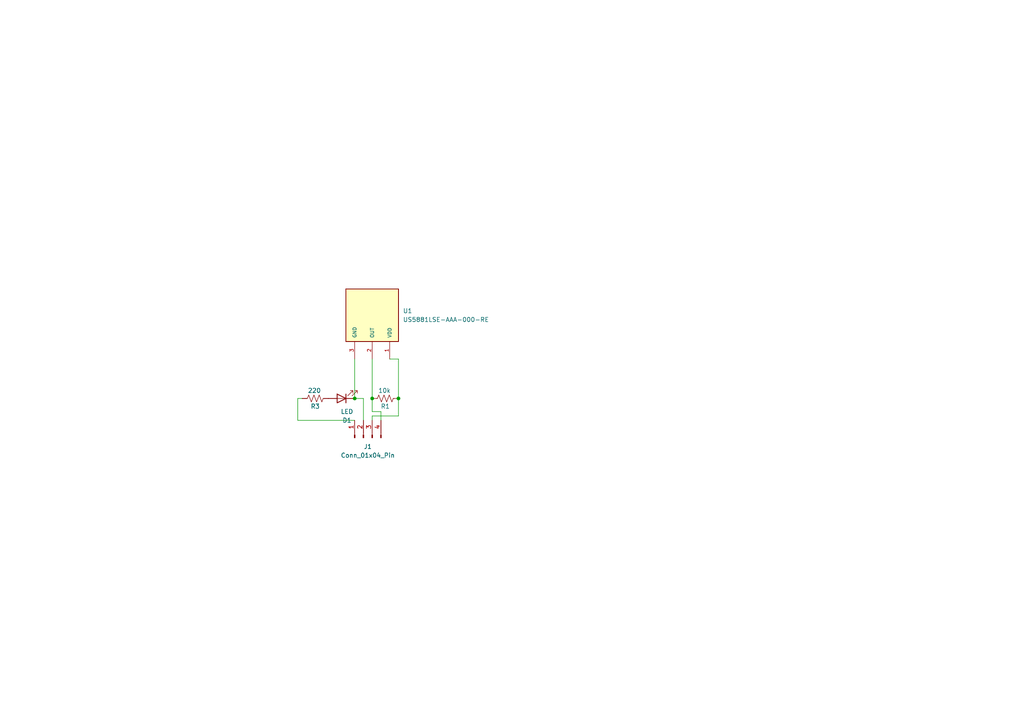
<source format=kicad_sch>
(kicad_sch (version 20250114) (generator "eeschema") (generator_version "9.0")
  (paper "A4")
  (lib_symbols
    (symbol "Connector:Conn_01x04_Pin" (pin_names (offset 1.016) (hide yes))
      (property "Reference" "J" (at 0 5.08 0))
      (property "Value" "Conn_01x04_Pin" (at 0 -7.62 0))
      (symbol "Conn_01x04_Pin_1_1"
        (rectangle (start 0.8636 2.667) (end 0 2.413) (stroke (width 0.1524)) (fill (type outline)))
        (rectangle (start 0.8636 0.127) (end 0 -0.127) (stroke (width 0.1524)) (fill (type outline)))
        (rectangle (start 0.8636 -2.413) (end 0 -2.667) (stroke (width 0.1524)) (fill (type outline)))
        (rectangle (start 0.8636 -4.953) (end 0 -5.207) (stroke (width 0.1524)) (fill (type outline)))
        (polyline (pts (xy 1.27 2.54) (xy 0.8636 2.54)) (stroke (width 0.1524)))
        (polyline (pts (xy 1.27 0) (xy 0.8636 0)) (stroke (width 0.1524)))
        (polyline (pts (xy 1.27 -2.54) (xy 0.8636 -2.54)) (stroke (width 0.1524)))
        (polyline (pts (xy 1.27 -5.08) (xy 0.8636 -5.08)) (stroke (width 0.1524)))
        (pin passive line (at 5.08 2.54 180) (length 3.81) (name "Pin_1") (number "1"))
        (pin passive line (at 5.08 0 180) (length 3.81) (name "Pin_2") (number "2"))
        (pin passive line (at 5.08 -2.54 180) (length 3.81) (name "Pin_3") (number "3"))
        (pin passive line (at 5.08 -5.08 180) (length 3.81) (name "Pin_4") (number "4"))
      )
    )
    (symbol "Device:LED" (pin_numbers (hide yes)) (pin_names (offset 1.016) (hide yes))
      (property "Reference" "D" (at 0 2.54 0))
      (property "Value" "LED" (at 0 -2.54 0))
      (symbol "LED_0_1"
        (polyline (pts (xy -3.048 -0.762) (xy -4.572 -2.286) (xy -3.81 -2.286) (xy -4.572 -2.286) (xy -4.572 -1.524)))
        (polyline (pts (xy -1.778 -0.762) (xy -3.302 -2.286) (xy -2.54 -2.286) (xy -3.302 -2.286) (xy -3.302 -1.524)))
        (polyline (pts (xy -1.27 0) (xy 1.27 0)))
        (polyline (pts (xy -1.27 -1.27) (xy -1.27 1.27)) (stroke (width 0.254)))
        (polyline (pts (xy 1.27 -1.27) (xy 1.27 1.27) (xy -1.27 0) (xy 1.27 -1.27)) (stroke (width 0.254)))
      )
      (symbol "LED_1_1"
        (pin passive line (at -3.81 0 0) (length 2.54) (name "K") (number "1"))
        (pin passive line (at 3.81 0 180) (length 2.54) (name "A") (number "2"))
      )
    )
    (symbol "Device:R_US" (pin_numbers (hide yes)) (pin_names (offset 0))
      (property "Reference" "R" (at 2.54 0 90))
      (property "Value" "R_US" (at -2.54 0 90))
      (symbol "R_US_0_1"
        (polyline (pts (xy 0 2.286) (xy 0 2.54)))
        (polyline (pts (xy 0 2.286) (xy 1.016 1.905) (xy 0 1.524) (xy -1.016 1.143) (xy 0 0.762)))
        (polyline (pts (xy 0 0.762) (xy 1.016 0.381) (xy 0 0) (xy -1.016 -0.381) (xy 0 -0.762)))
        (polyline (pts (xy 0 -0.762) (xy 1.016 -1.143) (xy 0 -1.524) (xy -1.016 -1.905) (xy 0 -2.286)))
        (polyline (pts (xy 0 -2.286) (xy 0 -2.54)))
      )
      (symbol "R_US_1_1"
        (pin passive line (at 0 3.81 270) (length 1.27) (name "~") (number "1"))
        (pin passive line (at 0 -3.81 90) (length 1.27) (name "~") (number "2"))
      )
    )
    (symbol "US5881LSE-AAA-000-RE:US5881LSE-AAA-000-RE" (pin_names (offset 1.016))
      (property "Reference" "U" (at -7.62 10.16 0))
      (property "Value" "US5881LSE-AAA-000-RE" (at -7.62 -10.16 0))
      (symbol "US5881LSE-AAA-000-RE_0_0"
        (rectangle (start -7.62 -7.62) (end 7.62 7.62) (stroke (width 0.254)) (fill (type background)))
        (pin power_in line (at 12.7 5.08 180) (length 5.08) (name "VDD") (number "1"))
        (pin output line (at 12.7 0 180) (length 5.08) (name "OUT") (number "2"))
        (pin power_in line (at 12.7 -5.08 180) (length 5.08) (name "GND") (number "3"))
      )
    )
  )
  (junction (at 115.57 115.57))
  (junction (at 107.95 115.57))
  (junction (at 102.87 115.57))
  (wire (pts (xy 115.57 120.65) (xy 107.95 120.65)))
  (wire (pts (xy 102.87 121.92) (xy 86.36 121.92)))
  (wire (pts (xy 110.49 119.38) (xy 110.49 121.92)))
  (wire (pts (xy 102.87 104.14) (xy 102.87 115.57)))
  (wire (pts (xy 86.36 115.57) (xy 87.63 115.57)))
  (wire (pts (xy 107.95 104.14) (xy 107.95 115.57)))
  (wire (pts (xy 115.57 104.14) (xy 115.57 115.57)))
  (wire (pts (xy 102.87 115.57) (xy 105.41 115.57)))
  (wire (pts (xy 107.95 119.38) (xy 110.49 119.38)))
  (wire (pts (xy 107.95 115.57) (xy 107.95 119.38)))
  (wire (pts (xy 105.41 115.57) (xy 105.41 121.92)))
  (wire (pts (xy 115.57 104.14) (xy 113.03 104.14)))
  (wire (pts (xy 107.95 120.65) (xy 107.95 121.92)))
  (wire (pts (xy 86.36 121.92) (xy 86.36 115.57)))
  (wire (pts (xy 115.57 115.57) (xy 115.57 120.65)))
  (symbol (lib_id "US5881LSE-AAA-000-RE:US5881LSE-AAA-000-RE") (at 107.95 91.44 270) (unit 1)
    (property "Reference" "U1" (at 116.84 90.1699 90) (effects (justify left)))
    (property "Value" "US5881LSE-AAA-000-RE" (at 116.84 92.7099 90) (effects (justify left)))
    (property "Footprint" "US5881LSE-AAA-000-RE:SOT95P280X100-3N" (effects (hide yes)))
    (property "MF" "Melexis" (effects (hide yes)))
    (property "MAXIMUM_PACKAGE_HEIGHT" "1.00mm" (effects (hide yes)))
    (property "Package" "TSOT-23L-3 Melexis" (effects (hide yes)))
    (property "Price" "None" (effects (hide yes)))
    (property "Check_prices" "https://www.snapeda.com/parts/US5881LSE-AAA-000-RE/Melexis/view-part/?ref=eda" (effects (hide yes)))
    (property "STANDARD" "IPC-7351B" (effects (hide yes)))
    (property "PARTREV" "005" (effects (hide yes)))
    (property "SnapEDA_Link" "https://www.snapeda.com/parts/US5881LSE-AAA-000-RE/Melexis/view-part/?ref=snap" (effects (hide yes)))
    (property "MP" "US5881LSE-AAA-000-RE" (effects (hide yes)))
    (property "Description_1" "3 wire Latch" (effects (hide yes)))
    (property "Availability" "In Stock" (effects (hide yes)))
    (property "MANUFACTURER" "Melexis" (effects (hide yes)))
  )
  (symbol (lib_id "Device:R_US") (at 111.76 115.57 90) (unit 1)
    (property "Reference" "R1" (at 111.76 117.856 90))
    (property "Value" "10k" (at 111.506 113.284 90))
    (property "Footprint" "Resistor_SMD:R_0805_2012Metric_Pad1.20x1.40mm_HandSolder" (effects (hide yes)))
    (property "Description" "Resistor, US symbol" (effects (hide yes)))
  )
  (symbol (lib_id "Device:LED") (at 99.06 115.57 180) (unit 1)
    (property "Reference" "D1" (at 100.6475 121.92 0))
    (property "Value" "LED" (at 100.6475 119.38 0))
    (property "Footprint" "LED_SMD:LED_0805_2012Metric" (effects (hide yes)))
    (property "Description" "Light emitting diode" (effects (hide yes)))
    (property "Sim.Pins" "1=K 2=A" (effects (hide yes)))
  )
  (symbol (lib_id "Connector:Conn_01x04_Pin") (at 105.41 127 90) (unit 1)
    (property "Reference" "J1" (at 106.68 129.54 90))
    (property "Value" "Conn_01x04_Pin" (at 106.68 132.08 90))
    (property "Footprint" "Connector_PinHeader_2.54mm:PinHeader_1x04_P2.54mm_Vertical" (effects (hide yes)))
    (property "Description" "Generic connector, single row, 01x04, script generated" (effects (hide yes)))
  )
  (symbol (lib_id "Device:R_US") (at 91.44 115.57 90) (unit 1)
    (property "Reference" "R3" (at 91.44 117.856 90))
    (property "Value" "220" (at 91.186 113.284 90))
    (property "Footprint" "Resistor_SMD:R_0805_2012Metric_Pad1.20x1.40mm_HandSolder" (effects (hide yes)))
    (property "Description" "Resistor, US symbol" (effects (hide yes)))
  )
)
</source>
